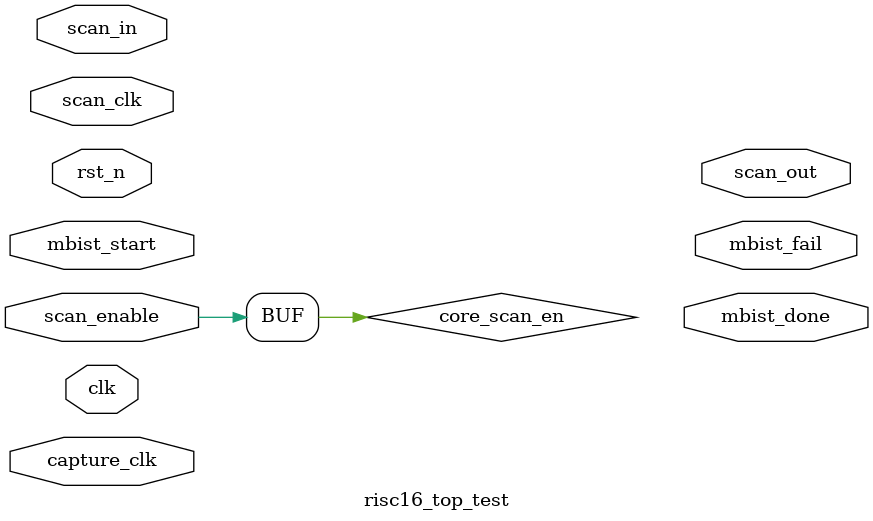
<source format=sv>
module risc16_top_test (
    input  logic clk,
    input  logic rst_n,

    // DFT/test pins (can be multiplexed via JTAG in silicon)
    input  logic scan_enable,    // global scan enable (shift vs capture handled by ATPG/scan controller)
    input  logic scan_clk,       // scan shift clock
    input  logic capture_clk,    // capture/functional clock (optionally same as clk)
    input  logic scan_in,
    output logic scan_out,

    // MBIST / BIST controls (optional)
    input  logic mbist_start,
    output logic mbist_done,
    output logic mbist_fail

    // Add JTAG pins if you implement TAP here
    // input logic jtag_tck, jtag_tms, jtag_tdi, output logic jtag_tdo
);

    // Instantiate the original core (assumes you will add scan_enable port to risc16_top)
    // If you prefer not to change the original file immediately, create a small glue module
    // that maps scan_enable to internal instantiations.
    logic core_scan_en = scan_enable;

    // Example instantiation -- adapt port names to your real risc16_top
    risc16_top core_inst (
        .clk(clk),
        .rst_n(rst_n)
        // Add .scan_enable(core_scan_en) if you update risc16_top
        // connect other ports as normal
    );

    // NOTE: scan_in/scan_out wiring and chain stitching are normally done by DFT insertion
    // tools (they will insert scan cells and wire chains in the netlist). Keep these pins
    // here for simulation and for a TAP/handshaking interface if you want to simulate scan.
endmodule
</source>
